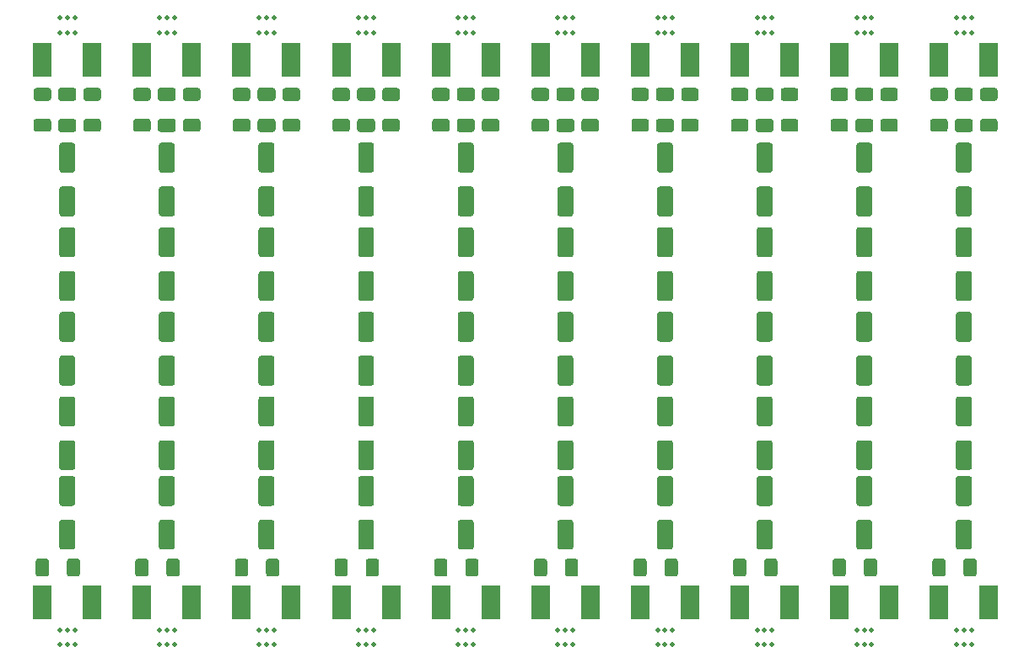
<source format=gts>
G04 #@! TF.GenerationSoftware,KiCad,Pcbnew,(5.1.12)-1*
G04 #@! TF.CreationDate,2021-12-02T19:00:41+01:00*
G04 #@! TF.ProjectId,DIY Mic Electronic Panelized,44495920-4d69-4632-9045-6c656374726f,rev?*
G04 #@! TF.SameCoordinates,Original*
G04 #@! TF.FileFunction,Soldermask,Top*
G04 #@! TF.FilePolarity,Negative*
%FSLAX46Y46*%
G04 Gerber Fmt 4.6, Leading zero omitted, Abs format (unit mm)*
G04 Created by KiCad (PCBNEW (5.1.12)-1) date 2021-12-02 19:00:41*
%MOMM*%
%LPD*%
G01*
G04 APERTURE LIST*
%ADD10C,0.500000*%
%ADD11R,1.850000X3.450000*%
G04 APERTURE END LIST*
D10*
X191000000Y-128250000D03*
X191000000Y-126750000D03*
X190250000Y-128250000D03*
X191750000Y-128250000D03*
X191750000Y-126750000D03*
X190250000Y-126750000D03*
X181000000Y-128250000D03*
X181000000Y-126750000D03*
X180250000Y-128250000D03*
X181750000Y-128250000D03*
X181750000Y-126750000D03*
X180250000Y-126750000D03*
X171000000Y-128250000D03*
X171000000Y-126750000D03*
X170250000Y-128250000D03*
X171750000Y-128250000D03*
X171750000Y-126750000D03*
X170250000Y-126750000D03*
X161000000Y-128250000D03*
X161000000Y-126750000D03*
X160250000Y-128250000D03*
X161750000Y-128250000D03*
X161750000Y-126750000D03*
X160250000Y-126750000D03*
X151000000Y-128250000D03*
X151000000Y-126750000D03*
X150250000Y-128250000D03*
X151750000Y-128250000D03*
X151750000Y-126750000D03*
X150250000Y-126750000D03*
X141000000Y-128250000D03*
X141000000Y-126750000D03*
X140250000Y-128250000D03*
X141750000Y-128250000D03*
X141750000Y-126750000D03*
X140250000Y-126750000D03*
X131000000Y-128250000D03*
X131000000Y-126750000D03*
X130250000Y-128250000D03*
X131750000Y-128250000D03*
X131750000Y-126750000D03*
X130250000Y-126750000D03*
X121000000Y-128250000D03*
X121000000Y-126750000D03*
X120250000Y-128250000D03*
X121750000Y-128250000D03*
X121750000Y-126750000D03*
X120250000Y-126750000D03*
X111000000Y-128250000D03*
X111000000Y-126750000D03*
X110250000Y-128250000D03*
X111750000Y-128250000D03*
X111750000Y-126750000D03*
X110250000Y-126750000D03*
X191750000Y-66750000D03*
X190250000Y-66750000D03*
X190250000Y-65250000D03*
X191750000Y-65250000D03*
X191000000Y-66750000D03*
X191000000Y-65250000D03*
X181750000Y-66750000D03*
X180250000Y-66750000D03*
X180250000Y-65250000D03*
X181750000Y-65250000D03*
X181000000Y-66750000D03*
X181000000Y-65250000D03*
X171750000Y-66750000D03*
X170250000Y-66750000D03*
X170250000Y-65250000D03*
X171750000Y-65250000D03*
X171000000Y-66750000D03*
X171000000Y-65250000D03*
X161750000Y-66750000D03*
X160250000Y-66750000D03*
X160250000Y-65250000D03*
X161750000Y-65250000D03*
X161000000Y-66750000D03*
X161000000Y-65250000D03*
X151750000Y-66750000D03*
X150250000Y-66750000D03*
X150250000Y-65250000D03*
X151750000Y-65250000D03*
X151000000Y-66750000D03*
X151000000Y-65250000D03*
X141750000Y-66750000D03*
X140250000Y-66750000D03*
X140250000Y-65250000D03*
X141750000Y-65250000D03*
X141000000Y-66750000D03*
X141000000Y-65250000D03*
X131750000Y-66750000D03*
X130250000Y-66750000D03*
X130250000Y-65250000D03*
X131750000Y-65250000D03*
X131000000Y-66750000D03*
X131000000Y-65250000D03*
X121750000Y-66750000D03*
X120250000Y-66750000D03*
X120250000Y-65250000D03*
X121750000Y-65250000D03*
X121000000Y-66750000D03*
X121000000Y-65250000D03*
X111750000Y-66750000D03*
X110250000Y-66750000D03*
X110250000Y-65250000D03*
X111750000Y-65250000D03*
X111000000Y-66750000D03*
X111000000Y-65250000D03*
G36*
G01*
X190450000Y-99200000D02*
X191550000Y-99200000D01*
G75*
G02*
X191800000Y-99450000I0J-250000D01*
G01*
X191800000Y-101950000D01*
G75*
G02*
X191550000Y-102200000I-250000J0D01*
G01*
X190450000Y-102200000D01*
G75*
G02*
X190200000Y-101950000I0J250000D01*
G01*
X190200000Y-99450000D01*
G75*
G02*
X190450000Y-99200000I250000J0D01*
G01*
G37*
G36*
G01*
X190450000Y-94800000D02*
X191550000Y-94800000D01*
G75*
G02*
X191800000Y-95050000I0J-250000D01*
G01*
X191800000Y-97550000D01*
G75*
G02*
X191550000Y-97800000I-250000J0D01*
G01*
X190450000Y-97800000D01*
G75*
G02*
X190200000Y-97550000I0J250000D01*
G01*
X190200000Y-95050000D01*
G75*
G02*
X190450000Y-94800000I250000J0D01*
G01*
G37*
G36*
G01*
X180450000Y-99200000D02*
X181550000Y-99200000D01*
G75*
G02*
X181800000Y-99450000I0J-250000D01*
G01*
X181800000Y-101950000D01*
G75*
G02*
X181550000Y-102200000I-250000J0D01*
G01*
X180450000Y-102200000D01*
G75*
G02*
X180200000Y-101950000I0J250000D01*
G01*
X180200000Y-99450000D01*
G75*
G02*
X180450000Y-99200000I250000J0D01*
G01*
G37*
G36*
G01*
X180450000Y-94800000D02*
X181550000Y-94800000D01*
G75*
G02*
X181800000Y-95050000I0J-250000D01*
G01*
X181800000Y-97550000D01*
G75*
G02*
X181550000Y-97800000I-250000J0D01*
G01*
X180450000Y-97800000D01*
G75*
G02*
X180200000Y-97550000I0J250000D01*
G01*
X180200000Y-95050000D01*
G75*
G02*
X180450000Y-94800000I250000J0D01*
G01*
G37*
G36*
G01*
X170450000Y-99200000D02*
X171550000Y-99200000D01*
G75*
G02*
X171800000Y-99450000I0J-250000D01*
G01*
X171800000Y-101950000D01*
G75*
G02*
X171550000Y-102200000I-250000J0D01*
G01*
X170450000Y-102200000D01*
G75*
G02*
X170200000Y-101950000I0J250000D01*
G01*
X170200000Y-99450000D01*
G75*
G02*
X170450000Y-99200000I250000J0D01*
G01*
G37*
G36*
G01*
X170450000Y-94800000D02*
X171550000Y-94800000D01*
G75*
G02*
X171800000Y-95050000I0J-250000D01*
G01*
X171800000Y-97550000D01*
G75*
G02*
X171550000Y-97800000I-250000J0D01*
G01*
X170450000Y-97800000D01*
G75*
G02*
X170200000Y-97550000I0J250000D01*
G01*
X170200000Y-95050000D01*
G75*
G02*
X170450000Y-94800000I250000J0D01*
G01*
G37*
G36*
G01*
X160450000Y-99200000D02*
X161550000Y-99200000D01*
G75*
G02*
X161800000Y-99450000I0J-250000D01*
G01*
X161800000Y-101950000D01*
G75*
G02*
X161550000Y-102200000I-250000J0D01*
G01*
X160450000Y-102200000D01*
G75*
G02*
X160200000Y-101950000I0J250000D01*
G01*
X160200000Y-99450000D01*
G75*
G02*
X160450000Y-99200000I250000J0D01*
G01*
G37*
G36*
G01*
X160450000Y-94800000D02*
X161550000Y-94800000D01*
G75*
G02*
X161800000Y-95050000I0J-250000D01*
G01*
X161800000Y-97550000D01*
G75*
G02*
X161550000Y-97800000I-250000J0D01*
G01*
X160450000Y-97800000D01*
G75*
G02*
X160200000Y-97550000I0J250000D01*
G01*
X160200000Y-95050000D01*
G75*
G02*
X160450000Y-94800000I250000J0D01*
G01*
G37*
G36*
G01*
X150450000Y-99200000D02*
X151550000Y-99200000D01*
G75*
G02*
X151800000Y-99450000I0J-250000D01*
G01*
X151800000Y-101950000D01*
G75*
G02*
X151550000Y-102200000I-250000J0D01*
G01*
X150450000Y-102200000D01*
G75*
G02*
X150200000Y-101950000I0J250000D01*
G01*
X150200000Y-99450000D01*
G75*
G02*
X150450000Y-99200000I250000J0D01*
G01*
G37*
G36*
G01*
X150450000Y-94800000D02*
X151550000Y-94800000D01*
G75*
G02*
X151800000Y-95050000I0J-250000D01*
G01*
X151800000Y-97550000D01*
G75*
G02*
X151550000Y-97800000I-250000J0D01*
G01*
X150450000Y-97800000D01*
G75*
G02*
X150200000Y-97550000I0J250000D01*
G01*
X150200000Y-95050000D01*
G75*
G02*
X150450000Y-94800000I250000J0D01*
G01*
G37*
G36*
G01*
X140450000Y-99200000D02*
X141550000Y-99200000D01*
G75*
G02*
X141800000Y-99450000I0J-250000D01*
G01*
X141800000Y-101950000D01*
G75*
G02*
X141550000Y-102200000I-250000J0D01*
G01*
X140450000Y-102200000D01*
G75*
G02*
X140200000Y-101950000I0J250000D01*
G01*
X140200000Y-99450000D01*
G75*
G02*
X140450000Y-99200000I250000J0D01*
G01*
G37*
G36*
G01*
X140450000Y-94800000D02*
X141550000Y-94800000D01*
G75*
G02*
X141800000Y-95050000I0J-250000D01*
G01*
X141800000Y-97550000D01*
G75*
G02*
X141550000Y-97800000I-250000J0D01*
G01*
X140450000Y-97800000D01*
G75*
G02*
X140200000Y-97550000I0J250000D01*
G01*
X140200000Y-95050000D01*
G75*
G02*
X140450000Y-94800000I250000J0D01*
G01*
G37*
G36*
G01*
X130450000Y-99200000D02*
X131550000Y-99200000D01*
G75*
G02*
X131800000Y-99450000I0J-250000D01*
G01*
X131800000Y-101950000D01*
G75*
G02*
X131550000Y-102200000I-250000J0D01*
G01*
X130450000Y-102200000D01*
G75*
G02*
X130200000Y-101950000I0J250000D01*
G01*
X130200000Y-99450000D01*
G75*
G02*
X130450000Y-99200000I250000J0D01*
G01*
G37*
G36*
G01*
X130450000Y-94800000D02*
X131550000Y-94800000D01*
G75*
G02*
X131800000Y-95050000I0J-250000D01*
G01*
X131800000Y-97550000D01*
G75*
G02*
X131550000Y-97800000I-250000J0D01*
G01*
X130450000Y-97800000D01*
G75*
G02*
X130200000Y-97550000I0J250000D01*
G01*
X130200000Y-95050000D01*
G75*
G02*
X130450000Y-94800000I250000J0D01*
G01*
G37*
G36*
G01*
X120450000Y-99200000D02*
X121550000Y-99200000D01*
G75*
G02*
X121800000Y-99450000I0J-250000D01*
G01*
X121800000Y-101950000D01*
G75*
G02*
X121550000Y-102200000I-250000J0D01*
G01*
X120450000Y-102200000D01*
G75*
G02*
X120200000Y-101950000I0J250000D01*
G01*
X120200000Y-99450000D01*
G75*
G02*
X120450000Y-99200000I250000J0D01*
G01*
G37*
G36*
G01*
X120450000Y-94800000D02*
X121550000Y-94800000D01*
G75*
G02*
X121800000Y-95050000I0J-250000D01*
G01*
X121800000Y-97550000D01*
G75*
G02*
X121550000Y-97800000I-250000J0D01*
G01*
X120450000Y-97800000D01*
G75*
G02*
X120200000Y-97550000I0J250000D01*
G01*
X120200000Y-95050000D01*
G75*
G02*
X120450000Y-94800000I250000J0D01*
G01*
G37*
G36*
G01*
X110450000Y-99200000D02*
X111550000Y-99200000D01*
G75*
G02*
X111800000Y-99450000I0J-250000D01*
G01*
X111800000Y-101950000D01*
G75*
G02*
X111550000Y-102200000I-250000J0D01*
G01*
X110450000Y-102200000D01*
G75*
G02*
X110200000Y-101950000I0J250000D01*
G01*
X110200000Y-99450000D01*
G75*
G02*
X110450000Y-99200000I250000J0D01*
G01*
G37*
G36*
G01*
X110450000Y-94800000D02*
X111550000Y-94800000D01*
G75*
G02*
X111800000Y-95050000I0J-250000D01*
G01*
X111800000Y-97550000D01*
G75*
G02*
X111550000Y-97800000I-250000J0D01*
G01*
X110450000Y-97800000D01*
G75*
G02*
X110200000Y-97550000I0J250000D01*
G01*
X110200000Y-95050000D01*
G75*
G02*
X110450000Y-94800000I250000J0D01*
G01*
G37*
G36*
G01*
X190450000Y-86300000D02*
X191550000Y-86300000D01*
G75*
G02*
X191800000Y-86550000I0J-250000D01*
G01*
X191800000Y-89050000D01*
G75*
G02*
X191550000Y-89300000I-250000J0D01*
G01*
X190450000Y-89300000D01*
G75*
G02*
X190200000Y-89050000I0J250000D01*
G01*
X190200000Y-86550000D01*
G75*
G02*
X190450000Y-86300000I250000J0D01*
G01*
G37*
G36*
G01*
X190450000Y-90700000D02*
X191550000Y-90700000D01*
G75*
G02*
X191800000Y-90950000I0J-250000D01*
G01*
X191800000Y-93450000D01*
G75*
G02*
X191550000Y-93700000I-250000J0D01*
G01*
X190450000Y-93700000D01*
G75*
G02*
X190200000Y-93450000I0J250000D01*
G01*
X190200000Y-90950000D01*
G75*
G02*
X190450000Y-90700000I250000J0D01*
G01*
G37*
G36*
G01*
X180450000Y-86300000D02*
X181550000Y-86300000D01*
G75*
G02*
X181800000Y-86550000I0J-250000D01*
G01*
X181800000Y-89050000D01*
G75*
G02*
X181550000Y-89300000I-250000J0D01*
G01*
X180450000Y-89300000D01*
G75*
G02*
X180200000Y-89050000I0J250000D01*
G01*
X180200000Y-86550000D01*
G75*
G02*
X180450000Y-86300000I250000J0D01*
G01*
G37*
G36*
G01*
X180450000Y-90700000D02*
X181550000Y-90700000D01*
G75*
G02*
X181800000Y-90950000I0J-250000D01*
G01*
X181800000Y-93450000D01*
G75*
G02*
X181550000Y-93700000I-250000J0D01*
G01*
X180450000Y-93700000D01*
G75*
G02*
X180200000Y-93450000I0J250000D01*
G01*
X180200000Y-90950000D01*
G75*
G02*
X180450000Y-90700000I250000J0D01*
G01*
G37*
G36*
G01*
X170450000Y-86300000D02*
X171550000Y-86300000D01*
G75*
G02*
X171800000Y-86550000I0J-250000D01*
G01*
X171800000Y-89050000D01*
G75*
G02*
X171550000Y-89300000I-250000J0D01*
G01*
X170450000Y-89300000D01*
G75*
G02*
X170200000Y-89050000I0J250000D01*
G01*
X170200000Y-86550000D01*
G75*
G02*
X170450000Y-86300000I250000J0D01*
G01*
G37*
G36*
G01*
X170450000Y-90700000D02*
X171550000Y-90700000D01*
G75*
G02*
X171800000Y-90950000I0J-250000D01*
G01*
X171800000Y-93450000D01*
G75*
G02*
X171550000Y-93700000I-250000J0D01*
G01*
X170450000Y-93700000D01*
G75*
G02*
X170200000Y-93450000I0J250000D01*
G01*
X170200000Y-90950000D01*
G75*
G02*
X170450000Y-90700000I250000J0D01*
G01*
G37*
G36*
G01*
X160450000Y-86300000D02*
X161550000Y-86300000D01*
G75*
G02*
X161800000Y-86550000I0J-250000D01*
G01*
X161800000Y-89050000D01*
G75*
G02*
X161550000Y-89300000I-250000J0D01*
G01*
X160450000Y-89300000D01*
G75*
G02*
X160200000Y-89050000I0J250000D01*
G01*
X160200000Y-86550000D01*
G75*
G02*
X160450000Y-86300000I250000J0D01*
G01*
G37*
G36*
G01*
X160450000Y-90700000D02*
X161550000Y-90700000D01*
G75*
G02*
X161800000Y-90950000I0J-250000D01*
G01*
X161800000Y-93450000D01*
G75*
G02*
X161550000Y-93700000I-250000J0D01*
G01*
X160450000Y-93700000D01*
G75*
G02*
X160200000Y-93450000I0J250000D01*
G01*
X160200000Y-90950000D01*
G75*
G02*
X160450000Y-90700000I250000J0D01*
G01*
G37*
G36*
G01*
X150450000Y-86300000D02*
X151550000Y-86300000D01*
G75*
G02*
X151800000Y-86550000I0J-250000D01*
G01*
X151800000Y-89050000D01*
G75*
G02*
X151550000Y-89300000I-250000J0D01*
G01*
X150450000Y-89300000D01*
G75*
G02*
X150200000Y-89050000I0J250000D01*
G01*
X150200000Y-86550000D01*
G75*
G02*
X150450000Y-86300000I250000J0D01*
G01*
G37*
G36*
G01*
X150450000Y-90700000D02*
X151550000Y-90700000D01*
G75*
G02*
X151800000Y-90950000I0J-250000D01*
G01*
X151800000Y-93450000D01*
G75*
G02*
X151550000Y-93700000I-250000J0D01*
G01*
X150450000Y-93700000D01*
G75*
G02*
X150200000Y-93450000I0J250000D01*
G01*
X150200000Y-90950000D01*
G75*
G02*
X150450000Y-90700000I250000J0D01*
G01*
G37*
G36*
G01*
X140450000Y-86300000D02*
X141550000Y-86300000D01*
G75*
G02*
X141800000Y-86550000I0J-250000D01*
G01*
X141800000Y-89050000D01*
G75*
G02*
X141550000Y-89300000I-250000J0D01*
G01*
X140450000Y-89300000D01*
G75*
G02*
X140200000Y-89050000I0J250000D01*
G01*
X140200000Y-86550000D01*
G75*
G02*
X140450000Y-86300000I250000J0D01*
G01*
G37*
G36*
G01*
X140450000Y-90700000D02*
X141550000Y-90700000D01*
G75*
G02*
X141800000Y-90950000I0J-250000D01*
G01*
X141800000Y-93450000D01*
G75*
G02*
X141550000Y-93700000I-250000J0D01*
G01*
X140450000Y-93700000D01*
G75*
G02*
X140200000Y-93450000I0J250000D01*
G01*
X140200000Y-90950000D01*
G75*
G02*
X140450000Y-90700000I250000J0D01*
G01*
G37*
G36*
G01*
X130450000Y-86300000D02*
X131550000Y-86300000D01*
G75*
G02*
X131800000Y-86550000I0J-250000D01*
G01*
X131800000Y-89050000D01*
G75*
G02*
X131550000Y-89300000I-250000J0D01*
G01*
X130450000Y-89300000D01*
G75*
G02*
X130200000Y-89050000I0J250000D01*
G01*
X130200000Y-86550000D01*
G75*
G02*
X130450000Y-86300000I250000J0D01*
G01*
G37*
G36*
G01*
X130450000Y-90700000D02*
X131550000Y-90700000D01*
G75*
G02*
X131800000Y-90950000I0J-250000D01*
G01*
X131800000Y-93450000D01*
G75*
G02*
X131550000Y-93700000I-250000J0D01*
G01*
X130450000Y-93700000D01*
G75*
G02*
X130200000Y-93450000I0J250000D01*
G01*
X130200000Y-90950000D01*
G75*
G02*
X130450000Y-90700000I250000J0D01*
G01*
G37*
G36*
G01*
X120450000Y-86300000D02*
X121550000Y-86300000D01*
G75*
G02*
X121800000Y-86550000I0J-250000D01*
G01*
X121800000Y-89050000D01*
G75*
G02*
X121550000Y-89300000I-250000J0D01*
G01*
X120450000Y-89300000D01*
G75*
G02*
X120200000Y-89050000I0J250000D01*
G01*
X120200000Y-86550000D01*
G75*
G02*
X120450000Y-86300000I250000J0D01*
G01*
G37*
G36*
G01*
X120450000Y-90700000D02*
X121550000Y-90700000D01*
G75*
G02*
X121800000Y-90950000I0J-250000D01*
G01*
X121800000Y-93450000D01*
G75*
G02*
X121550000Y-93700000I-250000J0D01*
G01*
X120450000Y-93700000D01*
G75*
G02*
X120200000Y-93450000I0J250000D01*
G01*
X120200000Y-90950000D01*
G75*
G02*
X120450000Y-90700000I250000J0D01*
G01*
G37*
G36*
G01*
X110450000Y-86300000D02*
X111550000Y-86300000D01*
G75*
G02*
X111800000Y-86550000I0J-250000D01*
G01*
X111800000Y-89050000D01*
G75*
G02*
X111550000Y-89300000I-250000J0D01*
G01*
X110450000Y-89300000D01*
G75*
G02*
X110200000Y-89050000I0J250000D01*
G01*
X110200000Y-86550000D01*
G75*
G02*
X110450000Y-86300000I250000J0D01*
G01*
G37*
G36*
G01*
X110450000Y-90700000D02*
X111550000Y-90700000D01*
G75*
G02*
X111800000Y-90950000I0J-250000D01*
G01*
X111800000Y-93450000D01*
G75*
G02*
X111550000Y-93700000I-250000J0D01*
G01*
X110450000Y-93700000D01*
G75*
G02*
X110200000Y-93450000I0J250000D01*
G01*
X110200000Y-90950000D01*
G75*
G02*
X110450000Y-90700000I250000J0D01*
G01*
G37*
G36*
G01*
X190450000Y-82200000D02*
X191550000Y-82200000D01*
G75*
G02*
X191800000Y-82450000I0J-250000D01*
G01*
X191800000Y-84950000D01*
G75*
G02*
X191550000Y-85200000I-250000J0D01*
G01*
X190450000Y-85200000D01*
G75*
G02*
X190200000Y-84950000I0J250000D01*
G01*
X190200000Y-82450000D01*
G75*
G02*
X190450000Y-82200000I250000J0D01*
G01*
G37*
G36*
G01*
X190450000Y-77800000D02*
X191550000Y-77800000D01*
G75*
G02*
X191800000Y-78050000I0J-250000D01*
G01*
X191800000Y-80550000D01*
G75*
G02*
X191550000Y-80800000I-250000J0D01*
G01*
X190450000Y-80800000D01*
G75*
G02*
X190200000Y-80550000I0J250000D01*
G01*
X190200000Y-78050000D01*
G75*
G02*
X190450000Y-77800000I250000J0D01*
G01*
G37*
G36*
G01*
X180450000Y-82200000D02*
X181550000Y-82200000D01*
G75*
G02*
X181800000Y-82450000I0J-250000D01*
G01*
X181800000Y-84950000D01*
G75*
G02*
X181550000Y-85200000I-250000J0D01*
G01*
X180450000Y-85200000D01*
G75*
G02*
X180200000Y-84950000I0J250000D01*
G01*
X180200000Y-82450000D01*
G75*
G02*
X180450000Y-82200000I250000J0D01*
G01*
G37*
G36*
G01*
X180450000Y-77800000D02*
X181550000Y-77800000D01*
G75*
G02*
X181800000Y-78050000I0J-250000D01*
G01*
X181800000Y-80550000D01*
G75*
G02*
X181550000Y-80800000I-250000J0D01*
G01*
X180450000Y-80800000D01*
G75*
G02*
X180200000Y-80550000I0J250000D01*
G01*
X180200000Y-78050000D01*
G75*
G02*
X180450000Y-77800000I250000J0D01*
G01*
G37*
G36*
G01*
X170450000Y-82200000D02*
X171550000Y-82200000D01*
G75*
G02*
X171800000Y-82450000I0J-250000D01*
G01*
X171800000Y-84950000D01*
G75*
G02*
X171550000Y-85200000I-250000J0D01*
G01*
X170450000Y-85200000D01*
G75*
G02*
X170200000Y-84950000I0J250000D01*
G01*
X170200000Y-82450000D01*
G75*
G02*
X170450000Y-82200000I250000J0D01*
G01*
G37*
G36*
G01*
X170450000Y-77800000D02*
X171550000Y-77800000D01*
G75*
G02*
X171800000Y-78050000I0J-250000D01*
G01*
X171800000Y-80550000D01*
G75*
G02*
X171550000Y-80800000I-250000J0D01*
G01*
X170450000Y-80800000D01*
G75*
G02*
X170200000Y-80550000I0J250000D01*
G01*
X170200000Y-78050000D01*
G75*
G02*
X170450000Y-77800000I250000J0D01*
G01*
G37*
G36*
G01*
X160450000Y-82200000D02*
X161550000Y-82200000D01*
G75*
G02*
X161800000Y-82450000I0J-250000D01*
G01*
X161800000Y-84950000D01*
G75*
G02*
X161550000Y-85200000I-250000J0D01*
G01*
X160450000Y-85200000D01*
G75*
G02*
X160200000Y-84950000I0J250000D01*
G01*
X160200000Y-82450000D01*
G75*
G02*
X160450000Y-82200000I250000J0D01*
G01*
G37*
G36*
G01*
X160450000Y-77800000D02*
X161550000Y-77800000D01*
G75*
G02*
X161800000Y-78050000I0J-250000D01*
G01*
X161800000Y-80550000D01*
G75*
G02*
X161550000Y-80800000I-250000J0D01*
G01*
X160450000Y-80800000D01*
G75*
G02*
X160200000Y-80550000I0J250000D01*
G01*
X160200000Y-78050000D01*
G75*
G02*
X160450000Y-77800000I250000J0D01*
G01*
G37*
G36*
G01*
X150450000Y-82200000D02*
X151550000Y-82200000D01*
G75*
G02*
X151800000Y-82450000I0J-250000D01*
G01*
X151800000Y-84950000D01*
G75*
G02*
X151550000Y-85200000I-250000J0D01*
G01*
X150450000Y-85200000D01*
G75*
G02*
X150200000Y-84950000I0J250000D01*
G01*
X150200000Y-82450000D01*
G75*
G02*
X150450000Y-82200000I250000J0D01*
G01*
G37*
G36*
G01*
X150450000Y-77800000D02*
X151550000Y-77800000D01*
G75*
G02*
X151800000Y-78050000I0J-250000D01*
G01*
X151800000Y-80550000D01*
G75*
G02*
X151550000Y-80800000I-250000J0D01*
G01*
X150450000Y-80800000D01*
G75*
G02*
X150200000Y-80550000I0J250000D01*
G01*
X150200000Y-78050000D01*
G75*
G02*
X150450000Y-77800000I250000J0D01*
G01*
G37*
G36*
G01*
X140450000Y-82200000D02*
X141550000Y-82200000D01*
G75*
G02*
X141800000Y-82450000I0J-250000D01*
G01*
X141800000Y-84950000D01*
G75*
G02*
X141550000Y-85200000I-250000J0D01*
G01*
X140450000Y-85200000D01*
G75*
G02*
X140200000Y-84950000I0J250000D01*
G01*
X140200000Y-82450000D01*
G75*
G02*
X140450000Y-82200000I250000J0D01*
G01*
G37*
G36*
G01*
X140450000Y-77800000D02*
X141550000Y-77800000D01*
G75*
G02*
X141800000Y-78050000I0J-250000D01*
G01*
X141800000Y-80550000D01*
G75*
G02*
X141550000Y-80800000I-250000J0D01*
G01*
X140450000Y-80800000D01*
G75*
G02*
X140200000Y-80550000I0J250000D01*
G01*
X140200000Y-78050000D01*
G75*
G02*
X140450000Y-77800000I250000J0D01*
G01*
G37*
G36*
G01*
X130450000Y-82200000D02*
X131550000Y-82200000D01*
G75*
G02*
X131800000Y-82450000I0J-250000D01*
G01*
X131800000Y-84950000D01*
G75*
G02*
X131550000Y-85200000I-250000J0D01*
G01*
X130450000Y-85200000D01*
G75*
G02*
X130200000Y-84950000I0J250000D01*
G01*
X130200000Y-82450000D01*
G75*
G02*
X130450000Y-82200000I250000J0D01*
G01*
G37*
G36*
G01*
X130450000Y-77800000D02*
X131550000Y-77800000D01*
G75*
G02*
X131800000Y-78050000I0J-250000D01*
G01*
X131800000Y-80550000D01*
G75*
G02*
X131550000Y-80800000I-250000J0D01*
G01*
X130450000Y-80800000D01*
G75*
G02*
X130200000Y-80550000I0J250000D01*
G01*
X130200000Y-78050000D01*
G75*
G02*
X130450000Y-77800000I250000J0D01*
G01*
G37*
G36*
G01*
X120450000Y-82200000D02*
X121550000Y-82200000D01*
G75*
G02*
X121800000Y-82450000I0J-250000D01*
G01*
X121800000Y-84950000D01*
G75*
G02*
X121550000Y-85200000I-250000J0D01*
G01*
X120450000Y-85200000D01*
G75*
G02*
X120200000Y-84950000I0J250000D01*
G01*
X120200000Y-82450000D01*
G75*
G02*
X120450000Y-82200000I250000J0D01*
G01*
G37*
G36*
G01*
X120450000Y-77800000D02*
X121550000Y-77800000D01*
G75*
G02*
X121800000Y-78050000I0J-250000D01*
G01*
X121800000Y-80550000D01*
G75*
G02*
X121550000Y-80800000I-250000J0D01*
G01*
X120450000Y-80800000D01*
G75*
G02*
X120200000Y-80550000I0J250000D01*
G01*
X120200000Y-78050000D01*
G75*
G02*
X120450000Y-77800000I250000J0D01*
G01*
G37*
G36*
G01*
X110450000Y-82200000D02*
X111550000Y-82200000D01*
G75*
G02*
X111800000Y-82450000I0J-250000D01*
G01*
X111800000Y-84950000D01*
G75*
G02*
X111550000Y-85200000I-250000J0D01*
G01*
X110450000Y-85200000D01*
G75*
G02*
X110200000Y-84950000I0J250000D01*
G01*
X110200000Y-82450000D01*
G75*
G02*
X110450000Y-82200000I250000J0D01*
G01*
G37*
G36*
G01*
X110450000Y-77800000D02*
X111550000Y-77800000D01*
G75*
G02*
X111800000Y-78050000I0J-250000D01*
G01*
X111800000Y-80550000D01*
G75*
G02*
X111550000Y-80800000I-250000J0D01*
G01*
X110450000Y-80800000D01*
G75*
G02*
X110200000Y-80550000I0J250000D01*
G01*
X110200000Y-78050000D01*
G75*
G02*
X110450000Y-77800000I250000J0D01*
G01*
G37*
G36*
G01*
X191550000Y-110700000D02*
X190450000Y-110700000D01*
G75*
G02*
X190200000Y-110450000I0J250000D01*
G01*
X190200000Y-107950000D01*
G75*
G02*
X190450000Y-107700000I250000J0D01*
G01*
X191550000Y-107700000D01*
G75*
G02*
X191800000Y-107950000I0J-250000D01*
G01*
X191800000Y-110450000D01*
G75*
G02*
X191550000Y-110700000I-250000J0D01*
G01*
G37*
G36*
G01*
X191550000Y-106300000D02*
X190450000Y-106300000D01*
G75*
G02*
X190200000Y-106050000I0J250000D01*
G01*
X190200000Y-103550000D01*
G75*
G02*
X190450000Y-103300000I250000J0D01*
G01*
X191550000Y-103300000D01*
G75*
G02*
X191800000Y-103550000I0J-250000D01*
G01*
X191800000Y-106050000D01*
G75*
G02*
X191550000Y-106300000I-250000J0D01*
G01*
G37*
G36*
G01*
X181550000Y-110700000D02*
X180450000Y-110700000D01*
G75*
G02*
X180200000Y-110450000I0J250000D01*
G01*
X180200000Y-107950000D01*
G75*
G02*
X180450000Y-107700000I250000J0D01*
G01*
X181550000Y-107700000D01*
G75*
G02*
X181800000Y-107950000I0J-250000D01*
G01*
X181800000Y-110450000D01*
G75*
G02*
X181550000Y-110700000I-250000J0D01*
G01*
G37*
G36*
G01*
X181550000Y-106300000D02*
X180450000Y-106300000D01*
G75*
G02*
X180200000Y-106050000I0J250000D01*
G01*
X180200000Y-103550000D01*
G75*
G02*
X180450000Y-103300000I250000J0D01*
G01*
X181550000Y-103300000D01*
G75*
G02*
X181800000Y-103550000I0J-250000D01*
G01*
X181800000Y-106050000D01*
G75*
G02*
X181550000Y-106300000I-250000J0D01*
G01*
G37*
G36*
G01*
X171550000Y-110700000D02*
X170450000Y-110700000D01*
G75*
G02*
X170200000Y-110450000I0J250000D01*
G01*
X170200000Y-107950000D01*
G75*
G02*
X170450000Y-107700000I250000J0D01*
G01*
X171550000Y-107700000D01*
G75*
G02*
X171800000Y-107950000I0J-250000D01*
G01*
X171800000Y-110450000D01*
G75*
G02*
X171550000Y-110700000I-250000J0D01*
G01*
G37*
G36*
G01*
X171550000Y-106300000D02*
X170450000Y-106300000D01*
G75*
G02*
X170200000Y-106050000I0J250000D01*
G01*
X170200000Y-103550000D01*
G75*
G02*
X170450000Y-103300000I250000J0D01*
G01*
X171550000Y-103300000D01*
G75*
G02*
X171800000Y-103550000I0J-250000D01*
G01*
X171800000Y-106050000D01*
G75*
G02*
X171550000Y-106300000I-250000J0D01*
G01*
G37*
G36*
G01*
X161550000Y-110700000D02*
X160450000Y-110700000D01*
G75*
G02*
X160200000Y-110450000I0J250000D01*
G01*
X160200000Y-107950000D01*
G75*
G02*
X160450000Y-107700000I250000J0D01*
G01*
X161550000Y-107700000D01*
G75*
G02*
X161800000Y-107950000I0J-250000D01*
G01*
X161800000Y-110450000D01*
G75*
G02*
X161550000Y-110700000I-250000J0D01*
G01*
G37*
G36*
G01*
X161550000Y-106300000D02*
X160450000Y-106300000D01*
G75*
G02*
X160200000Y-106050000I0J250000D01*
G01*
X160200000Y-103550000D01*
G75*
G02*
X160450000Y-103300000I250000J0D01*
G01*
X161550000Y-103300000D01*
G75*
G02*
X161800000Y-103550000I0J-250000D01*
G01*
X161800000Y-106050000D01*
G75*
G02*
X161550000Y-106300000I-250000J0D01*
G01*
G37*
G36*
G01*
X151550000Y-110700000D02*
X150450000Y-110700000D01*
G75*
G02*
X150200000Y-110450000I0J250000D01*
G01*
X150200000Y-107950000D01*
G75*
G02*
X150450000Y-107700000I250000J0D01*
G01*
X151550000Y-107700000D01*
G75*
G02*
X151800000Y-107950000I0J-250000D01*
G01*
X151800000Y-110450000D01*
G75*
G02*
X151550000Y-110700000I-250000J0D01*
G01*
G37*
G36*
G01*
X151550000Y-106300000D02*
X150450000Y-106300000D01*
G75*
G02*
X150200000Y-106050000I0J250000D01*
G01*
X150200000Y-103550000D01*
G75*
G02*
X150450000Y-103300000I250000J0D01*
G01*
X151550000Y-103300000D01*
G75*
G02*
X151800000Y-103550000I0J-250000D01*
G01*
X151800000Y-106050000D01*
G75*
G02*
X151550000Y-106300000I-250000J0D01*
G01*
G37*
G36*
G01*
X141550000Y-110700000D02*
X140450000Y-110700000D01*
G75*
G02*
X140200000Y-110450000I0J250000D01*
G01*
X140200000Y-107950000D01*
G75*
G02*
X140450000Y-107700000I250000J0D01*
G01*
X141550000Y-107700000D01*
G75*
G02*
X141800000Y-107950000I0J-250000D01*
G01*
X141800000Y-110450000D01*
G75*
G02*
X141550000Y-110700000I-250000J0D01*
G01*
G37*
G36*
G01*
X141550000Y-106300000D02*
X140450000Y-106300000D01*
G75*
G02*
X140200000Y-106050000I0J250000D01*
G01*
X140200000Y-103550000D01*
G75*
G02*
X140450000Y-103300000I250000J0D01*
G01*
X141550000Y-103300000D01*
G75*
G02*
X141800000Y-103550000I0J-250000D01*
G01*
X141800000Y-106050000D01*
G75*
G02*
X141550000Y-106300000I-250000J0D01*
G01*
G37*
G36*
G01*
X131550000Y-110700000D02*
X130450000Y-110700000D01*
G75*
G02*
X130200000Y-110450000I0J250000D01*
G01*
X130200000Y-107950000D01*
G75*
G02*
X130450000Y-107700000I250000J0D01*
G01*
X131550000Y-107700000D01*
G75*
G02*
X131800000Y-107950000I0J-250000D01*
G01*
X131800000Y-110450000D01*
G75*
G02*
X131550000Y-110700000I-250000J0D01*
G01*
G37*
G36*
G01*
X131550000Y-106300000D02*
X130450000Y-106300000D01*
G75*
G02*
X130200000Y-106050000I0J250000D01*
G01*
X130200000Y-103550000D01*
G75*
G02*
X130450000Y-103300000I250000J0D01*
G01*
X131550000Y-103300000D01*
G75*
G02*
X131800000Y-103550000I0J-250000D01*
G01*
X131800000Y-106050000D01*
G75*
G02*
X131550000Y-106300000I-250000J0D01*
G01*
G37*
G36*
G01*
X121550000Y-110700000D02*
X120450000Y-110700000D01*
G75*
G02*
X120200000Y-110450000I0J250000D01*
G01*
X120200000Y-107950000D01*
G75*
G02*
X120450000Y-107700000I250000J0D01*
G01*
X121550000Y-107700000D01*
G75*
G02*
X121800000Y-107950000I0J-250000D01*
G01*
X121800000Y-110450000D01*
G75*
G02*
X121550000Y-110700000I-250000J0D01*
G01*
G37*
G36*
G01*
X121550000Y-106300000D02*
X120450000Y-106300000D01*
G75*
G02*
X120200000Y-106050000I0J250000D01*
G01*
X120200000Y-103550000D01*
G75*
G02*
X120450000Y-103300000I250000J0D01*
G01*
X121550000Y-103300000D01*
G75*
G02*
X121800000Y-103550000I0J-250000D01*
G01*
X121800000Y-106050000D01*
G75*
G02*
X121550000Y-106300000I-250000J0D01*
G01*
G37*
G36*
G01*
X111550000Y-110700000D02*
X110450000Y-110700000D01*
G75*
G02*
X110200000Y-110450000I0J250000D01*
G01*
X110200000Y-107950000D01*
G75*
G02*
X110450000Y-107700000I250000J0D01*
G01*
X111550000Y-107700000D01*
G75*
G02*
X111800000Y-107950000I0J-250000D01*
G01*
X111800000Y-110450000D01*
G75*
G02*
X111550000Y-110700000I-250000J0D01*
G01*
G37*
G36*
G01*
X111550000Y-106300000D02*
X110450000Y-106300000D01*
G75*
G02*
X110200000Y-106050000I0J250000D01*
G01*
X110200000Y-103550000D01*
G75*
G02*
X110450000Y-103300000I250000J0D01*
G01*
X111550000Y-103300000D01*
G75*
G02*
X111800000Y-103550000I0J-250000D01*
G01*
X111800000Y-106050000D01*
G75*
G02*
X111550000Y-106300000I-250000J0D01*
G01*
G37*
G36*
G01*
X191550000Y-114300000D02*
X190450000Y-114300000D01*
G75*
G02*
X190200000Y-114050000I0J250000D01*
G01*
X190200000Y-111550000D01*
G75*
G02*
X190450000Y-111300000I250000J0D01*
G01*
X191550000Y-111300000D01*
G75*
G02*
X191800000Y-111550000I0J-250000D01*
G01*
X191800000Y-114050000D01*
G75*
G02*
X191550000Y-114300000I-250000J0D01*
G01*
G37*
G36*
G01*
X191550000Y-118700000D02*
X190450000Y-118700000D01*
G75*
G02*
X190200000Y-118450000I0J250000D01*
G01*
X190200000Y-115950000D01*
G75*
G02*
X190450000Y-115700000I250000J0D01*
G01*
X191550000Y-115700000D01*
G75*
G02*
X191800000Y-115950000I0J-250000D01*
G01*
X191800000Y-118450000D01*
G75*
G02*
X191550000Y-118700000I-250000J0D01*
G01*
G37*
G36*
G01*
X181550000Y-114300000D02*
X180450000Y-114300000D01*
G75*
G02*
X180200000Y-114050000I0J250000D01*
G01*
X180200000Y-111550000D01*
G75*
G02*
X180450000Y-111300000I250000J0D01*
G01*
X181550000Y-111300000D01*
G75*
G02*
X181800000Y-111550000I0J-250000D01*
G01*
X181800000Y-114050000D01*
G75*
G02*
X181550000Y-114300000I-250000J0D01*
G01*
G37*
G36*
G01*
X181550000Y-118700000D02*
X180450000Y-118700000D01*
G75*
G02*
X180200000Y-118450000I0J250000D01*
G01*
X180200000Y-115950000D01*
G75*
G02*
X180450000Y-115700000I250000J0D01*
G01*
X181550000Y-115700000D01*
G75*
G02*
X181800000Y-115950000I0J-250000D01*
G01*
X181800000Y-118450000D01*
G75*
G02*
X181550000Y-118700000I-250000J0D01*
G01*
G37*
G36*
G01*
X171550000Y-114300000D02*
X170450000Y-114300000D01*
G75*
G02*
X170200000Y-114050000I0J250000D01*
G01*
X170200000Y-111550000D01*
G75*
G02*
X170450000Y-111300000I250000J0D01*
G01*
X171550000Y-111300000D01*
G75*
G02*
X171800000Y-111550000I0J-250000D01*
G01*
X171800000Y-114050000D01*
G75*
G02*
X171550000Y-114300000I-250000J0D01*
G01*
G37*
G36*
G01*
X171550000Y-118700000D02*
X170450000Y-118700000D01*
G75*
G02*
X170200000Y-118450000I0J250000D01*
G01*
X170200000Y-115950000D01*
G75*
G02*
X170450000Y-115700000I250000J0D01*
G01*
X171550000Y-115700000D01*
G75*
G02*
X171800000Y-115950000I0J-250000D01*
G01*
X171800000Y-118450000D01*
G75*
G02*
X171550000Y-118700000I-250000J0D01*
G01*
G37*
G36*
G01*
X161550000Y-114300000D02*
X160450000Y-114300000D01*
G75*
G02*
X160200000Y-114050000I0J250000D01*
G01*
X160200000Y-111550000D01*
G75*
G02*
X160450000Y-111300000I250000J0D01*
G01*
X161550000Y-111300000D01*
G75*
G02*
X161800000Y-111550000I0J-250000D01*
G01*
X161800000Y-114050000D01*
G75*
G02*
X161550000Y-114300000I-250000J0D01*
G01*
G37*
G36*
G01*
X161550000Y-118700000D02*
X160450000Y-118700000D01*
G75*
G02*
X160200000Y-118450000I0J250000D01*
G01*
X160200000Y-115950000D01*
G75*
G02*
X160450000Y-115700000I250000J0D01*
G01*
X161550000Y-115700000D01*
G75*
G02*
X161800000Y-115950000I0J-250000D01*
G01*
X161800000Y-118450000D01*
G75*
G02*
X161550000Y-118700000I-250000J0D01*
G01*
G37*
G36*
G01*
X151550000Y-114300000D02*
X150450000Y-114300000D01*
G75*
G02*
X150200000Y-114050000I0J250000D01*
G01*
X150200000Y-111550000D01*
G75*
G02*
X150450000Y-111300000I250000J0D01*
G01*
X151550000Y-111300000D01*
G75*
G02*
X151800000Y-111550000I0J-250000D01*
G01*
X151800000Y-114050000D01*
G75*
G02*
X151550000Y-114300000I-250000J0D01*
G01*
G37*
G36*
G01*
X151550000Y-118700000D02*
X150450000Y-118700000D01*
G75*
G02*
X150200000Y-118450000I0J250000D01*
G01*
X150200000Y-115950000D01*
G75*
G02*
X150450000Y-115700000I250000J0D01*
G01*
X151550000Y-115700000D01*
G75*
G02*
X151800000Y-115950000I0J-250000D01*
G01*
X151800000Y-118450000D01*
G75*
G02*
X151550000Y-118700000I-250000J0D01*
G01*
G37*
G36*
G01*
X141550000Y-114300000D02*
X140450000Y-114300000D01*
G75*
G02*
X140200000Y-114050000I0J250000D01*
G01*
X140200000Y-111550000D01*
G75*
G02*
X140450000Y-111300000I250000J0D01*
G01*
X141550000Y-111300000D01*
G75*
G02*
X141800000Y-111550000I0J-250000D01*
G01*
X141800000Y-114050000D01*
G75*
G02*
X141550000Y-114300000I-250000J0D01*
G01*
G37*
G36*
G01*
X141550000Y-118700000D02*
X140450000Y-118700000D01*
G75*
G02*
X140200000Y-118450000I0J250000D01*
G01*
X140200000Y-115950000D01*
G75*
G02*
X140450000Y-115700000I250000J0D01*
G01*
X141550000Y-115700000D01*
G75*
G02*
X141800000Y-115950000I0J-250000D01*
G01*
X141800000Y-118450000D01*
G75*
G02*
X141550000Y-118700000I-250000J0D01*
G01*
G37*
G36*
G01*
X131550000Y-114300000D02*
X130450000Y-114300000D01*
G75*
G02*
X130200000Y-114050000I0J250000D01*
G01*
X130200000Y-111550000D01*
G75*
G02*
X130450000Y-111300000I250000J0D01*
G01*
X131550000Y-111300000D01*
G75*
G02*
X131800000Y-111550000I0J-250000D01*
G01*
X131800000Y-114050000D01*
G75*
G02*
X131550000Y-114300000I-250000J0D01*
G01*
G37*
G36*
G01*
X131550000Y-118700000D02*
X130450000Y-118700000D01*
G75*
G02*
X130200000Y-118450000I0J250000D01*
G01*
X130200000Y-115950000D01*
G75*
G02*
X130450000Y-115700000I250000J0D01*
G01*
X131550000Y-115700000D01*
G75*
G02*
X131800000Y-115950000I0J-250000D01*
G01*
X131800000Y-118450000D01*
G75*
G02*
X131550000Y-118700000I-250000J0D01*
G01*
G37*
G36*
G01*
X121550000Y-114300000D02*
X120450000Y-114300000D01*
G75*
G02*
X120200000Y-114050000I0J250000D01*
G01*
X120200000Y-111550000D01*
G75*
G02*
X120450000Y-111300000I250000J0D01*
G01*
X121550000Y-111300000D01*
G75*
G02*
X121800000Y-111550000I0J-250000D01*
G01*
X121800000Y-114050000D01*
G75*
G02*
X121550000Y-114300000I-250000J0D01*
G01*
G37*
G36*
G01*
X121550000Y-118700000D02*
X120450000Y-118700000D01*
G75*
G02*
X120200000Y-118450000I0J250000D01*
G01*
X120200000Y-115950000D01*
G75*
G02*
X120450000Y-115700000I250000J0D01*
G01*
X121550000Y-115700000D01*
G75*
G02*
X121800000Y-115950000I0J-250000D01*
G01*
X121800000Y-118450000D01*
G75*
G02*
X121550000Y-118700000I-250000J0D01*
G01*
G37*
G36*
G01*
X111550000Y-114300000D02*
X110450000Y-114300000D01*
G75*
G02*
X110200000Y-114050000I0J250000D01*
G01*
X110200000Y-111550000D01*
G75*
G02*
X110450000Y-111300000I250000J0D01*
G01*
X111550000Y-111300000D01*
G75*
G02*
X111800000Y-111550000I0J-250000D01*
G01*
X111800000Y-114050000D01*
G75*
G02*
X111550000Y-114300000I-250000J0D01*
G01*
G37*
G36*
G01*
X111550000Y-118700000D02*
X110450000Y-118700000D01*
G75*
G02*
X110200000Y-118450000I0J250000D01*
G01*
X110200000Y-115950000D01*
G75*
G02*
X110450000Y-115700000I250000J0D01*
G01*
X111550000Y-115700000D01*
G75*
G02*
X111800000Y-115950000I0J-250000D01*
G01*
X111800000Y-118450000D01*
G75*
G02*
X111550000Y-118700000I-250000J0D01*
G01*
G37*
G36*
G01*
X192874999Y-75400000D02*
X194125001Y-75400000D01*
G75*
G02*
X194375000Y-75649999I0J-249999D01*
G01*
X194375000Y-76450001D01*
G75*
G02*
X194125001Y-76700000I-249999J0D01*
G01*
X192874999Y-76700000D01*
G75*
G02*
X192625000Y-76450001I0J249999D01*
G01*
X192625000Y-75649999D01*
G75*
G02*
X192874999Y-75400000I249999J0D01*
G01*
G37*
G36*
G01*
X192874999Y-72300000D02*
X194125001Y-72300000D01*
G75*
G02*
X194375000Y-72549999I0J-249999D01*
G01*
X194375000Y-73350001D01*
G75*
G02*
X194125001Y-73600000I-249999J0D01*
G01*
X192874999Y-73600000D01*
G75*
G02*
X192625000Y-73350001I0J249999D01*
G01*
X192625000Y-72549999D01*
G75*
G02*
X192874999Y-72300000I249999J0D01*
G01*
G37*
G36*
G01*
X182874999Y-75400000D02*
X184125001Y-75400000D01*
G75*
G02*
X184375000Y-75649999I0J-249999D01*
G01*
X184375000Y-76450001D01*
G75*
G02*
X184125001Y-76700000I-249999J0D01*
G01*
X182874999Y-76700000D01*
G75*
G02*
X182625000Y-76450001I0J249999D01*
G01*
X182625000Y-75649999D01*
G75*
G02*
X182874999Y-75400000I249999J0D01*
G01*
G37*
G36*
G01*
X182874999Y-72300000D02*
X184125001Y-72300000D01*
G75*
G02*
X184375000Y-72549999I0J-249999D01*
G01*
X184375000Y-73350001D01*
G75*
G02*
X184125001Y-73600000I-249999J0D01*
G01*
X182874999Y-73600000D01*
G75*
G02*
X182625000Y-73350001I0J249999D01*
G01*
X182625000Y-72549999D01*
G75*
G02*
X182874999Y-72300000I249999J0D01*
G01*
G37*
G36*
G01*
X172874999Y-75400000D02*
X174125001Y-75400000D01*
G75*
G02*
X174375000Y-75649999I0J-249999D01*
G01*
X174375000Y-76450001D01*
G75*
G02*
X174125001Y-76700000I-249999J0D01*
G01*
X172874999Y-76700000D01*
G75*
G02*
X172625000Y-76450001I0J249999D01*
G01*
X172625000Y-75649999D01*
G75*
G02*
X172874999Y-75400000I249999J0D01*
G01*
G37*
G36*
G01*
X172874999Y-72300000D02*
X174125001Y-72300000D01*
G75*
G02*
X174375000Y-72549999I0J-249999D01*
G01*
X174375000Y-73350001D01*
G75*
G02*
X174125001Y-73600000I-249999J0D01*
G01*
X172874999Y-73600000D01*
G75*
G02*
X172625000Y-73350001I0J249999D01*
G01*
X172625000Y-72549999D01*
G75*
G02*
X172874999Y-72300000I249999J0D01*
G01*
G37*
G36*
G01*
X162874999Y-75400000D02*
X164125001Y-75400000D01*
G75*
G02*
X164375000Y-75649999I0J-249999D01*
G01*
X164375000Y-76450001D01*
G75*
G02*
X164125001Y-76700000I-249999J0D01*
G01*
X162874999Y-76700000D01*
G75*
G02*
X162625000Y-76450001I0J249999D01*
G01*
X162625000Y-75649999D01*
G75*
G02*
X162874999Y-75400000I249999J0D01*
G01*
G37*
G36*
G01*
X162874999Y-72300000D02*
X164125001Y-72300000D01*
G75*
G02*
X164375000Y-72549999I0J-249999D01*
G01*
X164375000Y-73350001D01*
G75*
G02*
X164125001Y-73600000I-249999J0D01*
G01*
X162874999Y-73600000D01*
G75*
G02*
X162625000Y-73350001I0J249999D01*
G01*
X162625000Y-72549999D01*
G75*
G02*
X162874999Y-72300000I249999J0D01*
G01*
G37*
G36*
G01*
X152874999Y-75400000D02*
X154125001Y-75400000D01*
G75*
G02*
X154375000Y-75649999I0J-249999D01*
G01*
X154375000Y-76450001D01*
G75*
G02*
X154125001Y-76700000I-249999J0D01*
G01*
X152874999Y-76700000D01*
G75*
G02*
X152625000Y-76450001I0J249999D01*
G01*
X152625000Y-75649999D01*
G75*
G02*
X152874999Y-75400000I249999J0D01*
G01*
G37*
G36*
G01*
X152874999Y-72300000D02*
X154125001Y-72300000D01*
G75*
G02*
X154375000Y-72549999I0J-249999D01*
G01*
X154375000Y-73350001D01*
G75*
G02*
X154125001Y-73600000I-249999J0D01*
G01*
X152874999Y-73600000D01*
G75*
G02*
X152625000Y-73350001I0J249999D01*
G01*
X152625000Y-72549999D01*
G75*
G02*
X152874999Y-72300000I249999J0D01*
G01*
G37*
G36*
G01*
X142874999Y-75400000D02*
X144125001Y-75400000D01*
G75*
G02*
X144375000Y-75649999I0J-249999D01*
G01*
X144375000Y-76450001D01*
G75*
G02*
X144125001Y-76700000I-249999J0D01*
G01*
X142874999Y-76700000D01*
G75*
G02*
X142625000Y-76450001I0J249999D01*
G01*
X142625000Y-75649999D01*
G75*
G02*
X142874999Y-75400000I249999J0D01*
G01*
G37*
G36*
G01*
X142874999Y-72300000D02*
X144125001Y-72300000D01*
G75*
G02*
X144375000Y-72549999I0J-249999D01*
G01*
X144375000Y-73350001D01*
G75*
G02*
X144125001Y-73600000I-249999J0D01*
G01*
X142874999Y-73600000D01*
G75*
G02*
X142625000Y-73350001I0J249999D01*
G01*
X142625000Y-72549999D01*
G75*
G02*
X142874999Y-72300000I249999J0D01*
G01*
G37*
G36*
G01*
X132874999Y-75400000D02*
X134125001Y-75400000D01*
G75*
G02*
X134375000Y-75649999I0J-249999D01*
G01*
X134375000Y-76450001D01*
G75*
G02*
X134125001Y-76700000I-249999J0D01*
G01*
X132874999Y-76700000D01*
G75*
G02*
X132625000Y-76450001I0J249999D01*
G01*
X132625000Y-75649999D01*
G75*
G02*
X132874999Y-75400000I249999J0D01*
G01*
G37*
G36*
G01*
X132874999Y-72300000D02*
X134125001Y-72300000D01*
G75*
G02*
X134375000Y-72549999I0J-249999D01*
G01*
X134375000Y-73350001D01*
G75*
G02*
X134125001Y-73600000I-249999J0D01*
G01*
X132874999Y-73600000D01*
G75*
G02*
X132625000Y-73350001I0J249999D01*
G01*
X132625000Y-72549999D01*
G75*
G02*
X132874999Y-72300000I249999J0D01*
G01*
G37*
G36*
G01*
X122874999Y-75400000D02*
X124125001Y-75400000D01*
G75*
G02*
X124375000Y-75649999I0J-249999D01*
G01*
X124375000Y-76450001D01*
G75*
G02*
X124125001Y-76700000I-249999J0D01*
G01*
X122874999Y-76700000D01*
G75*
G02*
X122625000Y-76450001I0J249999D01*
G01*
X122625000Y-75649999D01*
G75*
G02*
X122874999Y-75400000I249999J0D01*
G01*
G37*
G36*
G01*
X122874999Y-72300000D02*
X124125001Y-72300000D01*
G75*
G02*
X124375000Y-72549999I0J-249999D01*
G01*
X124375000Y-73350001D01*
G75*
G02*
X124125001Y-73600000I-249999J0D01*
G01*
X122874999Y-73600000D01*
G75*
G02*
X122625000Y-73350001I0J249999D01*
G01*
X122625000Y-72549999D01*
G75*
G02*
X122874999Y-72300000I249999J0D01*
G01*
G37*
G36*
G01*
X112874999Y-75400000D02*
X114125001Y-75400000D01*
G75*
G02*
X114375000Y-75649999I0J-249999D01*
G01*
X114375000Y-76450001D01*
G75*
G02*
X114125001Y-76700000I-249999J0D01*
G01*
X112874999Y-76700000D01*
G75*
G02*
X112625000Y-76450001I0J249999D01*
G01*
X112625000Y-75649999D01*
G75*
G02*
X112874999Y-75400000I249999J0D01*
G01*
G37*
G36*
G01*
X112874999Y-72300000D02*
X114125001Y-72300000D01*
G75*
G02*
X114375000Y-72549999I0J-249999D01*
G01*
X114375000Y-73350001D01*
G75*
G02*
X114125001Y-73600000I-249999J0D01*
G01*
X112874999Y-73600000D01*
G75*
G02*
X112625000Y-73350001I0J249999D01*
G01*
X112625000Y-72549999D01*
G75*
G02*
X112874999Y-72300000I249999J0D01*
G01*
G37*
G36*
G01*
X187874999Y-72300000D02*
X189125001Y-72300000D01*
G75*
G02*
X189375000Y-72549999I0J-249999D01*
G01*
X189375000Y-73350001D01*
G75*
G02*
X189125001Y-73600000I-249999J0D01*
G01*
X187874999Y-73600000D01*
G75*
G02*
X187625000Y-73350001I0J249999D01*
G01*
X187625000Y-72549999D01*
G75*
G02*
X187874999Y-72300000I249999J0D01*
G01*
G37*
G36*
G01*
X187874999Y-75400000D02*
X189125001Y-75400000D01*
G75*
G02*
X189375000Y-75649999I0J-249999D01*
G01*
X189375000Y-76450001D01*
G75*
G02*
X189125001Y-76700000I-249999J0D01*
G01*
X187874999Y-76700000D01*
G75*
G02*
X187625000Y-76450001I0J249999D01*
G01*
X187625000Y-75649999D01*
G75*
G02*
X187874999Y-75400000I249999J0D01*
G01*
G37*
G36*
G01*
X177874999Y-72300000D02*
X179125001Y-72300000D01*
G75*
G02*
X179375000Y-72549999I0J-249999D01*
G01*
X179375000Y-73350001D01*
G75*
G02*
X179125001Y-73600000I-249999J0D01*
G01*
X177874999Y-73600000D01*
G75*
G02*
X177625000Y-73350001I0J249999D01*
G01*
X177625000Y-72549999D01*
G75*
G02*
X177874999Y-72300000I249999J0D01*
G01*
G37*
G36*
G01*
X177874999Y-75400000D02*
X179125001Y-75400000D01*
G75*
G02*
X179375000Y-75649999I0J-249999D01*
G01*
X179375000Y-76450001D01*
G75*
G02*
X179125001Y-76700000I-249999J0D01*
G01*
X177874999Y-76700000D01*
G75*
G02*
X177625000Y-76450001I0J249999D01*
G01*
X177625000Y-75649999D01*
G75*
G02*
X177874999Y-75400000I249999J0D01*
G01*
G37*
G36*
G01*
X167874999Y-72300000D02*
X169125001Y-72300000D01*
G75*
G02*
X169375000Y-72549999I0J-249999D01*
G01*
X169375000Y-73350001D01*
G75*
G02*
X169125001Y-73600000I-249999J0D01*
G01*
X167874999Y-73600000D01*
G75*
G02*
X167625000Y-73350001I0J249999D01*
G01*
X167625000Y-72549999D01*
G75*
G02*
X167874999Y-72300000I249999J0D01*
G01*
G37*
G36*
G01*
X167874999Y-75400000D02*
X169125001Y-75400000D01*
G75*
G02*
X169375000Y-75649999I0J-249999D01*
G01*
X169375000Y-76450001D01*
G75*
G02*
X169125001Y-76700000I-249999J0D01*
G01*
X167874999Y-76700000D01*
G75*
G02*
X167625000Y-76450001I0J249999D01*
G01*
X167625000Y-75649999D01*
G75*
G02*
X167874999Y-75400000I249999J0D01*
G01*
G37*
G36*
G01*
X157874999Y-72300000D02*
X159125001Y-72300000D01*
G75*
G02*
X159375000Y-72549999I0J-249999D01*
G01*
X159375000Y-73350001D01*
G75*
G02*
X159125001Y-73600000I-249999J0D01*
G01*
X157874999Y-73600000D01*
G75*
G02*
X157625000Y-73350001I0J249999D01*
G01*
X157625000Y-72549999D01*
G75*
G02*
X157874999Y-72300000I249999J0D01*
G01*
G37*
G36*
G01*
X157874999Y-75400000D02*
X159125001Y-75400000D01*
G75*
G02*
X159375000Y-75649999I0J-249999D01*
G01*
X159375000Y-76450001D01*
G75*
G02*
X159125001Y-76700000I-249999J0D01*
G01*
X157874999Y-76700000D01*
G75*
G02*
X157625000Y-76450001I0J249999D01*
G01*
X157625000Y-75649999D01*
G75*
G02*
X157874999Y-75400000I249999J0D01*
G01*
G37*
G36*
G01*
X147874999Y-72300000D02*
X149125001Y-72300000D01*
G75*
G02*
X149375000Y-72549999I0J-249999D01*
G01*
X149375000Y-73350001D01*
G75*
G02*
X149125001Y-73600000I-249999J0D01*
G01*
X147874999Y-73600000D01*
G75*
G02*
X147625000Y-73350001I0J249999D01*
G01*
X147625000Y-72549999D01*
G75*
G02*
X147874999Y-72300000I249999J0D01*
G01*
G37*
G36*
G01*
X147874999Y-75400000D02*
X149125001Y-75400000D01*
G75*
G02*
X149375000Y-75649999I0J-249999D01*
G01*
X149375000Y-76450001D01*
G75*
G02*
X149125001Y-76700000I-249999J0D01*
G01*
X147874999Y-76700000D01*
G75*
G02*
X147625000Y-76450001I0J249999D01*
G01*
X147625000Y-75649999D01*
G75*
G02*
X147874999Y-75400000I249999J0D01*
G01*
G37*
G36*
G01*
X137874999Y-72300000D02*
X139125001Y-72300000D01*
G75*
G02*
X139375000Y-72549999I0J-249999D01*
G01*
X139375000Y-73350001D01*
G75*
G02*
X139125001Y-73600000I-249999J0D01*
G01*
X137874999Y-73600000D01*
G75*
G02*
X137625000Y-73350001I0J249999D01*
G01*
X137625000Y-72549999D01*
G75*
G02*
X137874999Y-72300000I249999J0D01*
G01*
G37*
G36*
G01*
X137874999Y-75400000D02*
X139125001Y-75400000D01*
G75*
G02*
X139375000Y-75649999I0J-249999D01*
G01*
X139375000Y-76450001D01*
G75*
G02*
X139125001Y-76700000I-249999J0D01*
G01*
X137874999Y-76700000D01*
G75*
G02*
X137625000Y-76450001I0J249999D01*
G01*
X137625000Y-75649999D01*
G75*
G02*
X137874999Y-75400000I249999J0D01*
G01*
G37*
G36*
G01*
X127874999Y-72300000D02*
X129125001Y-72300000D01*
G75*
G02*
X129375000Y-72549999I0J-249999D01*
G01*
X129375000Y-73350001D01*
G75*
G02*
X129125001Y-73600000I-249999J0D01*
G01*
X127874999Y-73600000D01*
G75*
G02*
X127625000Y-73350001I0J249999D01*
G01*
X127625000Y-72549999D01*
G75*
G02*
X127874999Y-72300000I249999J0D01*
G01*
G37*
G36*
G01*
X127874999Y-75400000D02*
X129125001Y-75400000D01*
G75*
G02*
X129375000Y-75649999I0J-249999D01*
G01*
X129375000Y-76450001D01*
G75*
G02*
X129125001Y-76700000I-249999J0D01*
G01*
X127874999Y-76700000D01*
G75*
G02*
X127625000Y-76450001I0J249999D01*
G01*
X127625000Y-75649999D01*
G75*
G02*
X127874999Y-75400000I249999J0D01*
G01*
G37*
G36*
G01*
X117874999Y-72300000D02*
X119125001Y-72300000D01*
G75*
G02*
X119375000Y-72549999I0J-249999D01*
G01*
X119375000Y-73350001D01*
G75*
G02*
X119125001Y-73600000I-249999J0D01*
G01*
X117874999Y-73600000D01*
G75*
G02*
X117625000Y-73350001I0J249999D01*
G01*
X117625000Y-72549999D01*
G75*
G02*
X117874999Y-72300000I249999J0D01*
G01*
G37*
G36*
G01*
X117874999Y-75400000D02*
X119125001Y-75400000D01*
G75*
G02*
X119375000Y-75649999I0J-249999D01*
G01*
X119375000Y-76450001D01*
G75*
G02*
X119125001Y-76700000I-249999J0D01*
G01*
X117874999Y-76700000D01*
G75*
G02*
X117625000Y-76450001I0J249999D01*
G01*
X117625000Y-75649999D01*
G75*
G02*
X117874999Y-75400000I249999J0D01*
G01*
G37*
G36*
G01*
X107874999Y-72300000D02*
X109125001Y-72300000D01*
G75*
G02*
X109375000Y-72549999I0J-249999D01*
G01*
X109375000Y-73350001D01*
G75*
G02*
X109125001Y-73600000I-249999J0D01*
G01*
X107874999Y-73600000D01*
G75*
G02*
X107625000Y-73350001I0J249999D01*
G01*
X107625000Y-72549999D01*
G75*
G02*
X107874999Y-72300000I249999J0D01*
G01*
G37*
G36*
G01*
X107874999Y-75400000D02*
X109125001Y-75400000D01*
G75*
G02*
X109375000Y-75649999I0J-249999D01*
G01*
X109375000Y-76450001D01*
G75*
G02*
X109125001Y-76700000I-249999J0D01*
G01*
X107874999Y-76700000D01*
G75*
G02*
X107625000Y-76450001I0J249999D01*
G01*
X107625000Y-75649999D01*
G75*
G02*
X107874999Y-75400000I249999J0D01*
G01*
G37*
G36*
G01*
X191650002Y-76725000D02*
X190349998Y-76725000D01*
G75*
G02*
X190100000Y-76475002I0J249998D01*
G01*
X190100000Y-75649998D01*
G75*
G02*
X190349998Y-75400000I249998J0D01*
G01*
X191650002Y-75400000D01*
G75*
G02*
X191900000Y-75649998I0J-249998D01*
G01*
X191900000Y-76475002D01*
G75*
G02*
X191650002Y-76725000I-249998J0D01*
G01*
G37*
G36*
G01*
X191650002Y-73600000D02*
X190349998Y-73600000D01*
G75*
G02*
X190100000Y-73350002I0J249998D01*
G01*
X190100000Y-72524998D01*
G75*
G02*
X190349998Y-72275000I249998J0D01*
G01*
X191650002Y-72275000D01*
G75*
G02*
X191900000Y-72524998I0J-249998D01*
G01*
X191900000Y-73350002D01*
G75*
G02*
X191650002Y-73600000I-249998J0D01*
G01*
G37*
G36*
G01*
X181650002Y-76725000D02*
X180349998Y-76725000D01*
G75*
G02*
X180100000Y-76475002I0J249998D01*
G01*
X180100000Y-75649998D01*
G75*
G02*
X180349998Y-75400000I249998J0D01*
G01*
X181650002Y-75400000D01*
G75*
G02*
X181900000Y-75649998I0J-249998D01*
G01*
X181900000Y-76475002D01*
G75*
G02*
X181650002Y-76725000I-249998J0D01*
G01*
G37*
G36*
G01*
X181650002Y-73600000D02*
X180349998Y-73600000D01*
G75*
G02*
X180100000Y-73350002I0J249998D01*
G01*
X180100000Y-72524998D01*
G75*
G02*
X180349998Y-72275000I249998J0D01*
G01*
X181650002Y-72275000D01*
G75*
G02*
X181900000Y-72524998I0J-249998D01*
G01*
X181900000Y-73350002D01*
G75*
G02*
X181650002Y-73600000I-249998J0D01*
G01*
G37*
G36*
G01*
X171650002Y-76725000D02*
X170349998Y-76725000D01*
G75*
G02*
X170100000Y-76475002I0J249998D01*
G01*
X170100000Y-75649998D01*
G75*
G02*
X170349998Y-75400000I249998J0D01*
G01*
X171650002Y-75400000D01*
G75*
G02*
X171900000Y-75649998I0J-249998D01*
G01*
X171900000Y-76475002D01*
G75*
G02*
X171650002Y-76725000I-249998J0D01*
G01*
G37*
G36*
G01*
X171650002Y-73600000D02*
X170349998Y-73600000D01*
G75*
G02*
X170100000Y-73350002I0J249998D01*
G01*
X170100000Y-72524998D01*
G75*
G02*
X170349998Y-72275000I249998J0D01*
G01*
X171650002Y-72275000D01*
G75*
G02*
X171900000Y-72524998I0J-249998D01*
G01*
X171900000Y-73350002D01*
G75*
G02*
X171650002Y-73600000I-249998J0D01*
G01*
G37*
G36*
G01*
X161650002Y-76725000D02*
X160349998Y-76725000D01*
G75*
G02*
X160100000Y-76475002I0J249998D01*
G01*
X160100000Y-75649998D01*
G75*
G02*
X160349998Y-75400000I249998J0D01*
G01*
X161650002Y-75400000D01*
G75*
G02*
X161900000Y-75649998I0J-249998D01*
G01*
X161900000Y-76475002D01*
G75*
G02*
X161650002Y-76725000I-249998J0D01*
G01*
G37*
G36*
G01*
X161650002Y-73600000D02*
X160349998Y-73600000D01*
G75*
G02*
X160100000Y-73350002I0J249998D01*
G01*
X160100000Y-72524998D01*
G75*
G02*
X160349998Y-72275000I249998J0D01*
G01*
X161650002Y-72275000D01*
G75*
G02*
X161900000Y-72524998I0J-249998D01*
G01*
X161900000Y-73350002D01*
G75*
G02*
X161650002Y-73600000I-249998J0D01*
G01*
G37*
G36*
G01*
X151650002Y-76725000D02*
X150349998Y-76725000D01*
G75*
G02*
X150100000Y-76475002I0J249998D01*
G01*
X150100000Y-75649998D01*
G75*
G02*
X150349998Y-75400000I249998J0D01*
G01*
X151650002Y-75400000D01*
G75*
G02*
X151900000Y-75649998I0J-249998D01*
G01*
X151900000Y-76475002D01*
G75*
G02*
X151650002Y-76725000I-249998J0D01*
G01*
G37*
G36*
G01*
X151650002Y-73600000D02*
X150349998Y-73600000D01*
G75*
G02*
X150100000Y-73350002I0J249998D01*
G01*
X150100000Y-72524998D01*
G75*
G02*
X150349998Y-72275000I249998J0D01*
G01*
X151650002Y-72275000D01*
G75*
G02*
X151900000Y-72524998I0J-249998D01*
G01*
X151900000Y-73350002D01*
G75*
G02*
X151650002Y-73600000I-249998J0D01*
G01*
G37*
G36*
G01*
X141650002Y-76725000D02*
X140349998Y-76725000D01*
G75*
G02*
X140100000Y-76475002I0J249998D01*
G01*
X140100000Y-75649998D01*
G75*
G02*
X140349998Y-75400000I249998J0D01*
G01*
X141650002Y-75400000D01*
G75*
G02*
X141900000Y-75649998I0J-249998D01*
G01*
X141900000Y-76475002D01*
G75*
G02*
X141650002Y-76725000I-249998J0D01*
G01*
G37*
G36*
G01*
X141650002Y-73600000D02*
X140349998Y-73600000D01*
G75*
G02*
X140100000Y-73350002I0J249998D01*
G01*
X140100000Y-72524998D01*
G75*
G02*
X140349998Y-72275000I249998J0D01*
G01*
X141650002Y-72275000D01*
G75*
G02*
X141900000Y-72524998I0J-249998D01*
G01*
X141900000Y-73350002D01*
G75*
G02*
X141650002Y-73600000I-249998J0D01*
G01*
G37*
G36*
G01*
X131650002Y-76725000D02*
X130349998Y-76725000D01*
G75*
G02*
X130100000Y-76475002I0J249998D01*
G01*
X130100000Y-75649998D01*
G75*
G02*
X130349998Y-75400000I249998J0D01*
G01*
X131650002Y-75400000D01*
G75*
G02*
X131900000Y-75649998I0J-249998D01*
G01*
X131900000Y-76475002D01*
G75*
G02*
X131650002Y-76725000I-249998J0D01*
G01*
G37*
G36*
G01*
X131650002Y-73600000D02*
X130349998Y-73600000D01*
G75*
G02*
X130100000Y-73350002I0J249998D01*
G01*
X130100000Y-72524998D01*
G75*
G02*
X130349998Y-72275000I249998J0D01*
G01*
X131650002Y-72275000D01*
G75*
G02*
X131900000Y-72524998I0J-249998D01*
G01*
X131900000Y-73350002D01*
G75*
G02*
X131650002Y-73600000I-249998J0D01*
G01*
G37*
G36*
G01*
X121650002Y-76725000D02*
X120349998Y-76725000D01*
G75*
G02*
X120100000Y-76475002I0J249998D01*
G01*
X120100000Y-75649998D01*
G75*
G02*
X120349998Y-75400000I249998J0D01*
G01*
X121650002Y-75400000D01*
G75*
G02*
X121900000Y-75649998I0J-249998D01*
G01*
X121900000Y-76475002D01*
G75*
G02*
X121650002Y-76725000I-249998J0D01*
G01*
G37*
G36*
G01*
X121650002Y-73600000D02*
X120349998Y-73600000D01*
G75*
G02*
X120100000Y-73350002I0J249998D01*
G01*
X120100000Y-72524998D01*
G75*
G02*
X120349998Y-72275000I249998J0D01*
G01*
X121650002Y-72275000D01*
G75*
G02*
X121900000Y-72524998I0J-249998D01*
G01*
X121900000Y-73350002D01*
G75*
G02*
X121650002Y-73600000I-249998J0D01*
G01*
G37*
G36*
G01*
X111650002Y-76725000D02*
X110349998Y-76725000D01*
G75*
G02*
X110100000Y-76475002I0J249998D01*
G01*
X110100000Y-75649998D01*
G75*
G02*
X110349998Y-75400000I249998J0D01*
G01*
X111650002Y-75400000D01*
G75*
G02*
X111900000Y-75649998I0J-249998D01*
G01*
X111900000Y-76475002D01*
G75*
G02*
X111650002Y-76725000I-249998J0D01*
G01*
G37*
G36*
G01*
X111650002Y-73600000D02*
X110349998Y-73600000D01*
G75*
G02*
X110100000Y-73350002I0J249998D01*
G01*
X110100000Y-72524998D01*
G75*
G02*
X110349998Y-72275000I249998J0D01*
G01*
X111650002Y-72275000D01*
G75*
G02*
X111900000Y-72524998I0J-249998D01*
G01*
X111900000Y-73350002D01*
G75*
G02*
X111650002Y-73600000I-249998J0D01*
G01*
G37*
D11*
X193500000Y-69500000D03*
X183500000Y-69500000D03*
X173500000Y-69500000D03*
X163500000Y-69500000D03*
X153500000Y-69500000D03*
X143500000Y-69500000D03*
X133500000Y-69500000D03*
X123500000Y-69500000D03*
X113500000Y-69500000D03*
X188500000Y-69500000D03*
X178500000Y-69500000D03*
X168500000Y-69500000D03*
X158500000Y-69500000D03*
X148500000Y-69500000D03*
X138500000Y-69500000D03*
X128500000Y-69500000D03*
X118500000Y-69500000D03*
X108500000Y-69500000D03*
X193500000Y-124000000D03*
X183500000Y-124000000D03*
X173500000Y-124000000D03*
X163500000Y-124000000D03*
X153500000Y-124000000D03*
X143500000Y-124000000D03*
X133500000Y-124000000D03*
X123500000Y-124000000D03*
X113500000Y-124000000D03*
G36*
G01*
X189162500Y-119849998D02*
X189162500Y-121150002D01*
G75*
G02*
X188912502Y-121400000I-249998J0D01*
G01*
X188087498Y-121400000D01*
G75*
G02*
X187837500Y-121150002I0J249998D01*
G01*
X187837500Y-119849998D01*
G75*
G02*
X188087498Y-119600000I249998J0D01*
G01*
X188912502Y-119600000D01*
G75*
G02*
X189162500Y-119849998I0J-249998D01*
G01*
G37*
G36*
G01*
X192287500Y-119849998D02*
X192287500Y-121150002D01*
G75*
G02*
X192037502Y-121400000I-249998J0D01*
G01*
X191212498Y-121400000D01*
G75*
G02*
X190962500Y-121150002I0J249998D01*
G01*
X190962500Y-119849998D01*
G75*
G02*
X191212498Y-119600000I249998J0D01*
G01*
X192037502Y-119600000D01*
G75*
G02*
X192287500Y-119849998I0J-249998D01*
G01*
G37*
G36*
G01*
X179162500Y-119849998D02*
X179162500Y-121150002D01*
G75*
G02*
X178912502Y-121400000I-249998J0D01*
G01*
X178087498Y-121400000D01*
G75*
G02*
X177837500Y-121150002I0J249998D01*
G01*
X177837500Y-119849998D01*
G75*
G02*
X178087498Y-119600000I249998J0D01*
G01*
X178912502Y-119600000D01*
G75*
G02*
X179162500Y-119849998I0J-249998D01*
G01*
G37*
G36*
G01*
X182287500Y-119849998D02*
X182287500Y-121150002D01*
G75*
G02*
X182037502Y-121400000I-249998J0D01*
G01*
X181212498Y-121400000D01*
G75*
G02*
X180962500Y-121150002I0J249998D01*
G01*
X180962500Y-119849998D01*
G75*
G02*
X181212498Y-119600000I249998J0D01*
G01*
X182037502Y-119600000D01*
G75*
G02*
X182287500Y-119849998I0J-249998D01*
G01*
G37*
G36*
G01*
X169162500Y-119849998D02*
X169162500Y-121150002D01*
G75*
G02*
X168912502Y-121400000I-249998J0D01*
G01*
X168087498Y-121400000D01*
G75*
G02*
X167837500Y-121150002I0J249998D01*
G01*
X167837500Y-119849998D01*
G75*
G02*
X168087498Y-119600000I249998J0D01*
G01*
X168912502Y-119600000D01*
G75*
G02*
X169162500Y-119849998I0J-249998D01*
G01*
G37*
G36*
G01*
X172287500Y-119849998D02*
X172287500Y-121150002D01*
G75*
G02*
X172037502Y-121400000I-249998J0D01*
G01*
X171212498Y-121400000D01*
G75*
G02*
X170962500Y-121150002I0J249998D01*
G01*
X170962500Y-119849998D01*
G75*
G02*
X171212498Y-119600000I249998J0D01*
G01*
X172037502Y-119600000D01*
G75*
G02*
X172287500Y-119849998I0J-249998D01*
G01*
G37*
G36*
G01*
X159162500Y-119849998D02*
X159162500Y-121150002D01*
G75*
G02*
X158912502Y-121400000I-249998J0D01*
G01*
X158087498Y-121400000D01*
G75*
G02*
X157837500Y-121150002I0J249998D01*
G01*
X157837500Y-119849998D01*
G75*
G02*
X158087498Y-119600000I249998J0D01*
G01*
X158912502Y-119600000D01*
G75*
G02*
X159162500Y-119849998I0J-249998D01*
G01*
G37*
G36*
G01*
X162287500Y-119849998D02*
X162287500Y-121150002D01*
G75*
G02*
X162037502Y-121400000I-249998J0D01*
G01*
X161212498Y-121400000D01*
G75*
G02*
X160962500Y-121150002I0J249998D01*
G01*
X160962500Y-119849998D01*
G75*
G02*
X161212498Y-119600000I249998J0D01*
G01*
X162037502Y-119600000D01*
G75*
G02*
X162287500Y-119849998I0J-249998D01*
G01*
G37*
G36*
G01*
X149162500Y-119849998D02*
X149162500Y-121150002D01*
G75*
G02*
X148912502Y-121400000I-249998J0D01*
G01*
X148087498Y-121400000D01*
G75*
G02*
X147837500Y-121150002I0J249998D01*
G01*
X147837500Y-119849998D01*
G75*
G02*
X148087498Y-119600000I249998J0D01*
G01*
X148912502Y-119600000D01*
G75*
G02*
X149162500Y-119849998I0J-249998D01*
G01*
G37*
G36*
G01*
X152287500Y-119849998D02*
X152287500Y-121150002D01*
G75*
G02*
X152037502Y-121400000I-249998J0D01*
G01*
X151212498Y-121400000D01*
G75*
G02*
X150962500Y-121150002I0J249998D01*
G01*
X150962500Y-119849998D01*
G75*
G02*
X151212498Y-119600000I249998J0D01*
G01*
X152037502Y-119600000D01*
G75*
G02*
X152287500Y-119849998I0J-249998D01*
G01*
G37*
G36*
G01*
X139162500Y-119849998D02*
X139162500Y-121150002D01*
G75*
G02*
X138912502Y-121400000I-249998J0D01*
G01*
X138087498Y-121400000D01*
G75*
G02*
X137837500Y-121150002I0J249998D01*
G01*
X137837500Y-119849998D01*
G75*
G02*
X138087498Y-119600000I249998J0D01*
G01*
X138912502Y-119600000D01*
G75*
G02*
X139162500Y-119849998I0J-249998D01*
G01*
G37*
G36*
G01*
X142287500Y-119849998D02*
X142287500Y-121150002D01*
G75*
G02*
X142037502Y-121400000I-249998J0D01*
G01*
X141212498Y-121400000D01*
G75*
G02*
X140962500Y-121150002I0J249998D01*
G01*
X140962500Y-119849998D01*
G75*
G02*
X141212498Y-119600000I249998J0D01*
G01*
X142037502Y-119600000D01*
G75*
G02*
X142287500Y-119849998I0J-249998D01*
G01*
G37*
G36*
G01*
X129162500Y-119849998D02*
X129162500Y-121150002D01*
G75*
G02*
X128912502Y-121400000I-249998J0D01*
G01*
X128087498Y-121400000D01*
G75*
G02*
X127837500Y-121150002I0J249998D01*
G01*
X127837500Y-119849998D01*
G75*
G02*
X128087498Y-119600000I249998J0D01*
G01*
X128912502Y-119600000D01*
G75*
G02*
X129162500Y-119849998I0J-249998D01*
G01*
G37*
G36*
G01*
X132287500Y-119849998D02*
X132287500Y-121150002D01*
G75*
G02*
X132037502Y-121400000I-249998J0D01*
G01*
X131212498Y-121400000D01*
G75*
G02*
X130962500Y-121150002I0J249998D01*
G01*
X130962500Y-119849998D01*
G75*
G02*
X131212498Y-119600000I249998J0D01*
G01*
X132037502Y-119600000D01*
G75*
G02*
X132287500Y-119849998I0J-249998D01*
G01*
G37*
G36*
G01*
X119162500Y-119849998D02*
X119162500Y-121150002D01*
G75*
G02*
X118912502Y-121400000I-249998J0D01*
G01*
X118087498Y-121400000D01*
G75*
G02*
X117837500Y-121150002I0J249998D01*
G01*
X117837500Y-119849998D01*
G75*
G02*
X118087498Y-119600000I249998J0D01*
G01*
X118912502Y-119600000D01*
G75*
G02*
X119162500Y-119849998I0J-249998D01*
G01*
G37*
G36*
G01*
X122287500Y-119849998D02*
X122287500Y-121150002D01*
G75*
G02*
X122037502Y-121400000I-249998J0D01*
G01*
X121212498Y-121400000D01*
G75*
G02*
X120962500Y-121150002I0J249998D01*
G01*
X120962500Y-119849998D01*
G75*
G02*
X121212498Y-119600000I249998J0D01*
G01*
X122037502Y-119600000D01*
G75*
G02*
X122287500Y-119849998I0J-249998D01*
G01*
G37*
G36*
G01*
X109162500Y-119849998D02*
X109162500Y-121150002D01*
G75*
G02*
X108912502Y-121400000I-249998J0D01*
G01*
X108087498Y-121400000D01*
G75*
G02*
X107837500Y-121150002I0J249998D01*
G01*
X107837500Y-119849998D01*
G75*
G02*
X108087498Y-119600000I249998J0D01*
G01*
X108912502Y-119600000D01*
G75*
G02*
X109162500Y-119849998I0J-249998D01*
G01*
G37*
G36*
G01*
X112287500Y-119849998D02*
X112287500Y-121150002D01*
G75*
G02*
X112037502Y-121400000I-249998J0D01*
G01*
X111212498Y-121400000D01*
G75*
G02*
X110962500Y-121150002I0J249998D01*
G01*
X110962500Y-119849998D01*
G75*
G02*
X111212498Y-119600000I249998J0D01*
G01*
X112037502Y-119600000D01*
G75*
G02*
X112287500Y-119849998I0J-249998D01*
G01*
G37*
X188500000Y-124000000D03*
X178500000Y-124000000D03*
X168500000Y-124000000D03*
X158500000Y-124000000D03*
X148500000Y-124000000D03*
X138500000Y-124000000D03*
X128500000Y-124000000D03*
X118500000Y-124000000D03*
X108500000Y-124000000D03*
D10*
X101000000Y-65250000D03*
X101000000Y-66750000D03*
X101750000Y-65250000D03*
X100250000Y-65250000D03*
X100250000Y-66750000D03*
X101750000Y-66750000D03*
X100250000Y-126750000D03*
X101750000Y-126750000D03*
X101750000Y-128250000D03*
X100250000Y-128250000D03*
X101000000Y-126750000D03*
X101000000Y-128250000D03*
D11*
X98500000Y-124000000D03*
X103500000Y-124000000D03*
X98500000Y-69500000D03*
X103500000Y-69500000D03*
G36*
G01*
X102287500Y-119849998D02*
X102287500Y-121150002D01*
G75*
G02*
X102037502Y-121400000I-249998J0D01*
G01*
X101212498Y-121400000D01*
G75*
G02*
X100962500Y-121150002I0J249998D01*
G01*
X100962500Y-119849998D01*
G75*
G02*
X101212498Y-119600000I249998J0D01*
G01*
X102037502Y-119600000D01*
G75*
G02*
X102287500Y-119849998I0J-249998D01*
G01*
G37*
G36*
G01*
X99162500Y-119849998D02*
X99162500Y-121150002D01*
G75*
G02*
X98912502Y-121400000I-249998J0D01*
G01*
X98087498Y-121400000D01*
G75*
G02*
X97837500Y-121150002I0J249998D01*
G01*
X97837500Y-119849998D01*
G75*
G02*
X98087498Y-119600000I249998J0D01*
G01*
X98912502Y-119600000D01*
G75*
G02*
X99162500Y-119849998I0J-249998D01*
G01*
G37*
G36*
G01*
X101650002Y-73600000D02*
X100349998Y-73600000D01*
G75*
G02*
X100100000Y-73350002I0J249998D01*
G01*
X100100000Y-72524998D01*
G75*
G02*
X100349998Y-72275000I249998J0D01*
G01*
X101650002Y-72275000D01*
G75*
G02*
X101900000Y-72524998I0J-249998D01*
G01*
X101900000Y-73350002D01*
G75*
G02*
X101650002Y-73600000I-249998J0D01*
G01*
G37*
G36*
G01*
X101650002Y-76725000D02*
X100349998Y-76725000D01*
G75*
G02*
X100100000Y-76475002I0J249998D01*
G01*
X100100000Y-75649998D01*
G75*
G02*
X100349998Y-75400000I249998J0D01*
G01*
X101650002Y-75400000D01*
G75*
G02*
X101900000Y-75649998I0J-249998D01*
G01*
X101900000Y-76475002D01*
G75*
G02*
X101650002Y-76725000I-249998J0D01*
G01*
G37*
G36*
G01*
X97874999Y-75400000D02*
X99125001Y-75400000D01*
G75*
G02*
X99375000Y-75649999I0J-249999D01*
G01*
X99375000Y-76450001D01*
G75*
G02*
X99125001Y-76700000I-249999J0D01*
G01*
X97874999Y-76700000D01*
G75*
G02*
X97625000Y-76450001I0J249999D01*
G01*
X97625000Y-75649999D01*
G75*
G02*
X97874999Y-75400000I249999J0D01*
G01*
G37*
G36*
G01*
X97874999Y-72300000D02*
X99125001Y-72300000D01*
G75*
G02*
X99375000Y-72549999I0J-249999D01*
G01*
X99375000Y-73350001D01*
G75*
G02*
X99125001Y-73600000I-249999J0D01*
G01*
X97874999Y-73600000D01*
G75*
G02*
X97625000Y-73350001I0J249999D01*
G01*
X97625000Y-72549999D01*
G75*
G02*
X97874999Y-72300000I249999J0D01*
G01*
G37*
G36*
G01*
X102874999Y-72300000D02*
X104125001Y-72300000D01*
G75*
G02*
X104375000Y-72549999I0J-249999D01*
G01*
X104375000Y-73350001D01*
G75*
G02*
X104125001Y-73600000I-249999J0D01*
G01*
X102874999Y-73600000D01*
G75*
G02*
X102625000Y-73350001I0J249999D01*
G01*
X102625000Y-72549999D01*
G75*
G02*
X102874999Y-72300000I249999J0D01*
G01*
G37*
G36*
G01*
X102874999Y-75400000D02*
X104125001Y-75400000D01*
G75*
G02*
X104375000Y-75649999I0J-249999D01*
G01*
X104375000Y-76450001D01*
G75*
G02*
X104125001Y-76700000I-249999J0D01*
G01*
X102874999Y-76700000D01*
G75*
G02*
X102625000Y-76450001I0J249999D01*
G01*
X102625000Y-75649999D01*
G75*
G02*
X102874999Y-75400000I249999J0D01*
G01*
G37*
G36*
G01*
X101550000Y-118700000D02*
X100450000Y-118700000D01*
G75*
G02*
X100200000Y-118450000I0J250000D01*
G01*
X100200000Y-115950000D01*
G75*
G02*
X100450000Y-115700000I250000J0D01*
G01*
X101550000Y-115700000D01*
G75*
G02*
X101800000Y-115950000I0J-250000D01*
G01*
X101800000Y-118450000D01*
G75*
G02*
X101550000Y-118700000I-250000J0D01*
G01*
G37*
G36*
G01*
X101550000Y-114300000D02*
X100450000Y-114300000D01*
G75*
G02*
X100200000Y-114050000I0J250000D01*
G01*
X100200000Y-111550000D01*
G75*
G02*
X100450000Y-111300000I250000J0D01*
G01*
X101550000Y-111300000D01*
G75*
G02*
X101800000Y-111550000I0J-250000D01*
G01*
X101800000Y-114050000D01*
G75*
G02*
X101550000Y-114300000I-250000J0D01*
G01*
G37*
G36*
G01*
X101550000Y-106300000D02*
X100450000Y-106300000D01*
G75*
G02*
X100200000Y-106050000I0J250000D01*
G01*
X100200000Y-103550000D01*
G75*
G02*
X100450000Y-103300000I250000J0D01*
G01*
X101550000Y-103300000D01*
G75*
G02*
X101800000Y-103550000I0J-250000D01*
G01*
X101800000Y-106050000D01*
G75*
G02*
X101550000Y-106300000I-250000J0D01*
G01*
G37*
G36*
G01*
X101550000Y-110700000D02*
X100450000Y-110700000D01*
G75*
G02*
X100200000Y-110450000I0J250000D01*
G01*
X100200000Y-107950000D01*
G75*
G02*
X100450000Y-107700000I250000J0D01*
G01*
X101550000Y-107700000D01*
G75*
G02*
X101800000Y-107950000I0J-250000D01*
G01*
X101800000Y-110450000D01*
G75*
G02*
X101550000Y-110700000I-250000J0D01*
G01*
G37*
G36*
G01*
X100450000Y-77800000D02*
X101550000Y-77800000D01*
G75*
G02*
X101800000Y-78050000I0J-250000D01*
G01*
X101800000Y-80550000D01*
G75*
G02*
X101550000Y-80800000I-250000J0D01*
G01*
X100450000Y-80800000D01*
G75*
G02*
X100200000Y-80550000I0J250000D01*
G01*
X100200000Y-78050000D01*
G75*
G02*
X100450000Y-77800000I250000J0D01*
G01*
G37*
G36*
G01*
X100450000Y-82200000D02*
X101550000Y-82200000D01*
G75*
G02*
X101800000Y-82450000I0J-250000D01*
G01*
X101800000Y-84950000D01*
G75*
G02*
X101550000Y-85200000I-250000J0D01*
G01*
X100450000Y-85200000D01*
G75*
G02*
X100200000Y-84950000I0J250000D01*
G01*
X100200000Y-82450000D01*
G75*
G02*
X100450000Y-82200000I250000J0D01*
G01*
G37*
G36*
G01*
X100450000Y-90700000D02*
X101550000Y-90700000D01*
G75*
G02*
X101800000Y-90950000I0J-250000D01*
G01*
X101800000Y-93450000D01*
G75*
G02*
X101550000Y-93700000I-250000J0D01*
G01*
X100450000Y-93700000D01*
G75*
G02*
X100200000Y-93450000I0J250000D01*
G01*
X100200000Y-90950000D01*
G75*
G02*
X100450000Y-90700000I250000J0D01*
G01*
G37*
G36*
G01*
X100450000Y-86300000D02*
X101550000Y-86300000D01*
G75*
G02*
X101800000Y-86550000I0J-250000D01*
G01*
X101800000Y-89050000D01*
G75*
G02*
X101550000Y-89300000I-250000J0D01*
G01*
X100450000Y-89300000D01*
G75*
G02*
X100200000Y-89050000I0J250000D01*
G01*
X100200000Y-86550000D01*
G75*
G02*
X100450000Y-86300000I250000J0D01*
G01*
G37*
G36*
G01*
X100450000Y-94800000D02*
X101550000Y-94800000D01*
G75*
G02*
X101800000Y-95050000I0J-250000D01*
G01*
X101800000Y-97550000D01*
G75*
G02*
X101550000Y-97800000I-250000J0D01*
G01*
X100450000Y-97800000D01*
G75*
G02*
X100200000Y-97550000I0J250000D01*
G01*
X100200000Y-95050000D01*
G75*
G02*
X100450000Y-94800000I250000J0D01*
G01*
G37*
G36*
G01*
X100450000Y-99200000D02*
X101550000Y-99200000D01*
G75*
G02*
X101800000Y-99450000I0J-250000D01*
G01*
X101800000Y-101950000D01*
G75*
G02*
X101550000Y-102200000I-250000J0D01*
G01*
X100450000Y-102200000D01*
G75*
G02*
X100200000Y-101950000I0J250000D01*
G01*
X100200000Y-99450000D01*
G75*
G02*
X100450000Y-99200000I250000J0D01*
G01*
G37*
M02*

</source>
